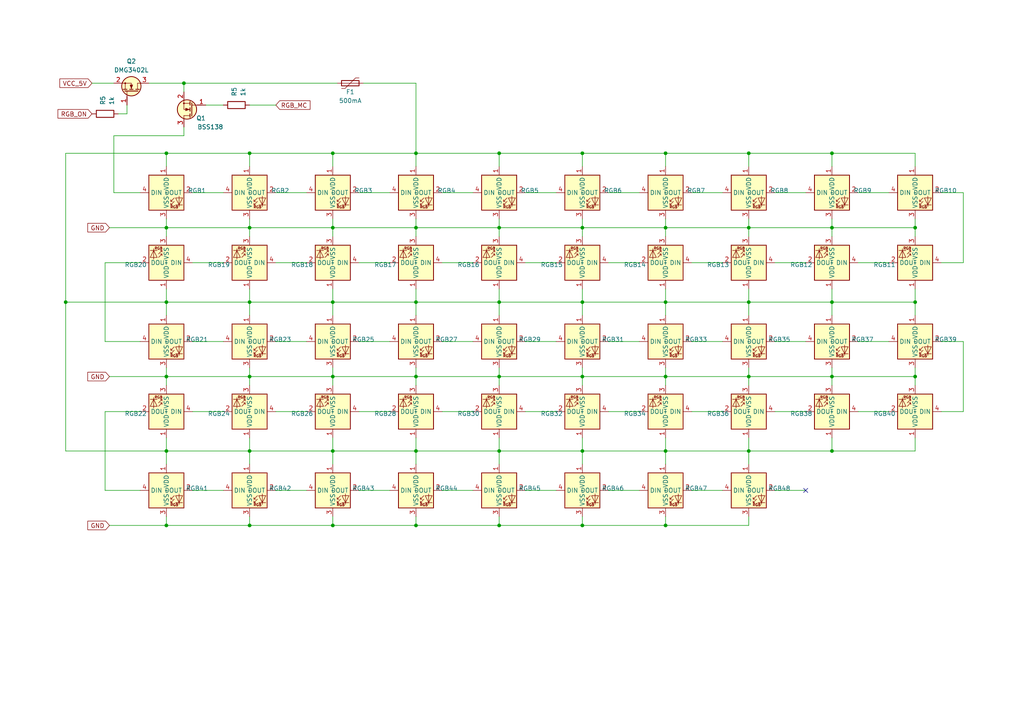
<source format=kicad_sch>
(kicad_sch (version 20230121) (generator eeschema)
  (paper "A4")
  (title_block (title "Keyboard RGB LEDs") (rev "1.2") (company "0xAC0"))
  (lib_symbols
    (symbol "Device:Polyfuse" (pin_numbers hide) (pin_names (offset 0))
      (property "Reference" "F" (at -2.54 0 90))
      (property "Value" "Polyfuse" (at 2.54 0 90))
      (symbol "Polyfuse_0_1"
        (rectangle (start -0.762 2.54) (end 0.762 -2.54) (stroke (width 0.254)))
        (polyline (pts (xy 0 2.54) (xy 0 -2.54)))
        (polyline (pts (xy -1.524 2.54) (xy -1.524 1.524) (xy 1.524 -1.524) (xy 1.524 -2.54)))
      )
      (symbol "Polyfuse_1_1"
        (pin passive line (at 0 3.81 270) (length 1.27) (name "~") (number "1"))
        (pin passive line (at 0 -3.81 90) (length 1.27) (name "~") (number "2"))
      )
    )
    (symbol "Device:R" (pin_numbers hide) (pin_names (offset 0))
      (property "Reference" "R" (at 2.032 0 90))
      (property "Value" "R" (at 0 0 90))
      (symbol "R_0_1"
        (rectangle (start -1.016 -2.54) (end 1.016 2.54) (stroke (width 0.254)))
      )
      (symbol "R_1_1"
        (pin passive line (at 0 3.81 270) (length 1.27) (name "~") (number "1"))
        (pin passive line (at 0 -3.81 90) (length 1.27) (name "~") (number "2"))
      )
    )
    (symbol "New_Library:SK6812_MINI-E_RGB"
      (property "Reference" "RGB" (at 7.62 3.81 0))
      (symbol "SK6812_MINI-E_RGB_0_0"
        (text "RGB" (at 2.286 -4.191 0) (effects (font (size 0.762 0.762))))
      )
      (symbol "SK6812_MINI-E_RGB_0_1"
        (rectangle (start -5.08 5.08) (end 5.08 -5.08) (stroke (width 0.254)) (fill (type background)))
        (polyline (pts (xy 1.27 -3.556) (xy 1.778 -3.556)))
        (polyline (pts (xy 1.27 -2.54) (xy 1.778 -2.54)))
        (polyline (pts (xy 4.699 -3.556) (xy 2.667 -3.556)))
        (polyline (pts (xy 2.286 -2.54) (xy 1.27 -3.556) (xy 1.27 -3.048)))
        (polyline (pts (xy 2.286 -1.524) (xy 1.27 -2.54) (xy 1.27 -2.032)))
        (polyline (pts (xy 3.683 -1.016) (xy 3.683 -3.556) (xy 3.683 -4.064)))
        (polyline (pts (xy 4.699 -1.524) (xy 2.667 -1.524) (xy 3.683 -3.556) (xy 4.699 -1.524)))
      )
      (symbol "SK6812_MINI-E_RGB_1_1"
        (pin power_in line (at 0 7.62 270) (length 2.54) (name "VDD") (number "1"))
        (pin output line (at 7.62 0 180) (length 2.54) (name "DOUT") (number "2"))
        (pin power_in line (at 0 -7.62 90) (length 2.54) (name "VSS") (number "3"))
        (pin input line (at -7.62 0 0) (length 2.54) (name "DIN") (number "4"))
      )
    )
    (symbol "PCM_Transistor_MOSFET_AKL:BSS138" (pin_names hide)
      (property "Reference" "Q" (at 5.08 1.27 0))
      (property "Value" "BSS138" (at 5.08 -1.27 0))
      (symbol "BSS138_0_1"
        (polyline (pts (xy 0.254 -1.27) (xy -2.54 -1.27)))
        (polyline (pts (xy 0.254 1.905) (xy 0.254 -1.905)) (stroke (width 0.254)))
        (polyline (pts (xy 0.762 -1.778) (xy 2.54 -1.778)))
        (polyline (pts (xy 0.762 -1.27) (xy 0.762 -2.286)) (stroke (width 0.254)))
        (polyline (pts (xy 0.762 0.508) (xy 0.762 -0.508)) (stroke (width 0.254)))
        (polyline (pts (xy 0.762 2.286) (xy 0.762 1.27)) (stroke (width 0.254)))
        (polyline (pts (xy 2.54 1.778) (xy 0.762 1.778)))
        (polyline (pts (xy 2.54 2.54) (xy 2.54 1.778)))
        (polyline (pts (xy 2.54 -2.54) (xy 2.54 0) (xy 0.762 0)))
        (polyline (pts (xy 1.016 0) (xy 2.032 0.381) (xy 2.032 -0.381) (xy 1.016 0)) (fill (type outline)))
        (circle (center 1.651 0) (radius 2.794) (stroke (width 0.254)) (fill (type background)))
        (circle (center 2.54 -1.778) (radius 0.1778) (fill (type outline)))
      )
      (symbol "BSS138_1_1"
        (pin input line (at -3.81 -1.27 0) (length 2.54) (name "G") (number "1"))
        (pin passive line (at 2.54 -5.08 90) (length 2.54) (name "S") (number "2"))
        (pin passive line (at 2.54 5.08 270) (length 2.54) (name "D") (number "3"))
      )
    )
    (symbol "PCM_Transistor_MOSFET_AKL:DMG3402L" (pin_names hide)
      (property "Reference" "Q" (at 5.08 1.27 0))
      (property "Value" "DMG3402L" (at 5.08 -1.27 0))
      (symbol "DMG3402L_0_1"
        (polyline (pts (xy 0.254 -1.27) (xy -2.54 -1.27)))
        (polyline (pts (xy 0.254 1.905) (xy 0.254 -1.905)) (stroke (width 0.254)))
        (polyline (pts (xy 0.762 -1.778) (xy 2.54 -1.778)))
        (polyline (pts (xy 0.762 -1.27) (xy 0.762 -2.286)) (stroke (width 0.254)))
        (polyline (pts (xy 0.762 0.508) (xy 0.762 -0.508)) (stroke (width 0.254)))
        (polyline (pts (xy 0.762 2.286) (xy 0.762 1.27)) (stroke (width 0.254)))
        (polyline (pts (xy 2.54 1.778) (xy 0.762 1.778)))
        (polyline (pts (xy 2.54 2.54) (xy 2.54 1.778)))
        (polyline (pts (xy 2.54 -2.54) (xy 2.54 0) (xy 0.762 0)))
        (polyline (pts (xy 1.016 0) (xy 2.032 0.381) (xy 2.032 -0.381) (xy 1.016 0)) (fill (type outline)))
        (circle (center 1.651 0) (radius 2.794) (stroke (width 0.254)) (fill (type background)))
        (circle (center 2.54 -1.778) (radius 0.1778) (fill (type outline)))
      )
      (symbol "DMG3402L_1_1"
        (pin input line (at -3.81 -1.27 0) (length 2.54) (name "G") (number "1"))
        (pin passive line (at 2.54 -5.08 90) (length 2.54) (name "S") (number "2"))
        (pin passive line (at 2.54 5.08 270) (length 2.54) (name "D") (number "3"))
      )
    )
  )
  (junction (at 72.39 66.04))
  (junction (at 217.17 44.45))
  (junction (at 241.3 130.81))
  (junction (at 144.78 109.22))
  (junction (at 168.91 44.45))
  (junction (at 168.91 130.81))
  (junction (at 217.17 109.22))
  (junction (at 217.17 87.63))
  (junction (at 120.65 66.04))
  (junction (at 53.34 24.13))
  (junction (at 241.3 109.22))
  (junction (at 144.78 87.63))
  (junction (at 96.52 109.22))
  (junction (at 168.91 109.22))
  (junction (at 217.17 66.04))
  (junction (at 144.78 44.45))
  (junction (at 265.43 87.63))
  (junction (at 96.52 66.04))
  (junction (at 120.65 87.63))
  (junction (at 168.91 66.04))
  (junction (at 72.39 152.4))
  (junction (at 48.26 87.63))
  (junction (at 241.3 66.04))
  (junction (at 48.26 152.4))
  (junction (at 168.91 152.4))
  (junction (at 120.65 44.45))
  (junction (at 72.39 130.81))
  (junction (at 96.52 44.45))
  (junction (at 144.78 130.81))
  (junction (at 72.39 44.45))
  (junction (at 48.26 66.04))
  (junction (at 120.65 130.81))
  (junction (at 96.52 130.81))
  (junction (at 217.17 130.81))
  (junction (at 193.04 130.81))
  (junction (at 241.3 87.63))
  (junction (at 72.39 87.63))
  (junction (at 19.05 87.63))
  (junction (at 96.52 152.4))
  (junction (at 144.78 152.4))
  (junction (at 120.65 109.22))
  (junction (at 265.43 109.22))
  (junction (at 193.04 87.63))
  (junction (at 48.26 44.45))
  (junction (at 265.43 66.04))
  (junction (at 48.26 109.22))
  (junction (at 168.91 87.63))
  (junction (at 96.52 87.63))
  (junction (at 193.04 152.4))
  (junction (at 144.78 66.04))
  (junction (at 241.3 44.45))
  (junction (at 48.26 130.81))
  (junction (at 193.04 109.22))
  (junction (at 193.04 44.45))
  (junction (at 120.65 152.4))
  (junction (at 193.04 66.04))
  (junction (at 72.39 109.22))
  (no_connect (at 233.68 142.24))
  (wire (pts (xy 265.43 63.5) (xy 265.43 66.04)))
  (wire (pts (xy 19.05 130.81) (xy 48.26 130.81)))
  (wire (pts (xy 265.43 87.63) (xy 265.43 91.44)))
  (wire (pts (xy 48.26 44.45) (xy 48.26 48.26)))
  (wire (pts (xy 120.65 127) (xy 120.65 130.81)))
  (wire (pts (xy 168.91 109.22) (xy 144.78 109.22)))
  (wire (pts (xy 176.53 99.06) (xy 185.42 99.06)))
  (wire (pts (xy 48.26 106.68) (xy 48.26 109.22)))
  (wire (pts (xy 72.39 87.63) (xy 72.39 91.44)))
  (wire (pts (xy 120.65 106.68) (xy 120.65 109.22)))
  (wire (pts (xy 144.78 44.45) (xy 144.78 48.26)))
  (wire (pts (xy 265.43 111.76) (xy 265.43 109.22)))
  (wire (pts (xy 279.4 55.88) (xy 279.4 76.2)))
  (wire (pts (xy 144.78 87.63) (xy 144.78 83.82)))
  (wire (pts (xy 168.91 63.5) (xy 168.91 66.04)))
  (wire (pts (xy 241.3 130.81) (xy 265.43 130.81)))
  (wire (pts (xy 72.39 149.86) (xy 72.39 152.4)))
  (wire (pts (xy 144.78 87.63) (xy 168.91 87.63)))
  (wire (pts (xy 168.91 111.76) (xy 168.91 109.22)))
  (wire (pts (xy 80.01 55.88) (xy 88.9 55.88)))
  (wire (pts (xy 241.3 106.68) (xy 241.3 109.22)))
  (wire (pts (xy 152.4 76.2) (xy 161.29 76.2)))
  (wire (pts (xy 265.43 68.58) (xy 265.43 66.04)))
  (wire (pts (xy 19.05 87.63) (xy 48.26 87.63)))
  (wire (pts (xy 120.65 130.81) (xy 144.78 130.81)))
  (wire (pts (xy 128.27 55.88) (xy 137.16 55.88)))
  (wire (pts (xy 168.91 152.4) (xy 193.04 152.4)))
  (wire (pts (xy 120.65 134.62) (xy 120.65 130.81)))
  (wire (pts (xy 48.26 130.81) (xy 48.26 134.62)))
  (wire (pts (xy 193.04 111.76) (xy 193.04 109.22)))
  (wire (pts (xy 273.05 99.06) (xy 279.4 99.06)))
  (wire (pts (xy 96.52 106.68) (xy 96.52 109.22)))
  (wire (pts (xy 55.88 55.88) (xy 64.77 55.88)))
  (wire (pts (xy 224.79 99.06) (xy 233.68 99.06)))
  (wire (pts (xy 193.04 130.81) (xy 193.04 134.62)))
  (wire (pts (xy 152.4 55.88) (xy 161.29 55.88)))
  (wire (pts (xy 40.64 76.2) (xy 30.48 76.2)))
  (wire (pts (xy 265.43 83.82) (xy 265.43 87.63)))
  (wire (pts (xy 120.65 109.22) (xy 96.52 109.22)))
  (wire (pts (xy 200.66 55.88) (xy 209.55 55.88)))
  (wire (pts (xy 144.78 63.5) (xy 144.78 66.04)))
  (wire (pts (xy 72.39 111.76) (xy 72.39 109.22)))
  (wire (pts (xy 48.26 87.63) (xy 48.26 83.82)))
  (wire (pts (xy 104.14 142.24) (xy 113.03 142.24)))
  (wire (pts (xy 96.52 149.86) (xy 96.52 152.4)))
  (wire (pts (xy 241.3 63.5) (xy 241.3 66.04)))
  (wire (pts (xy 80.01 99.06) (xy 88.9 99.06)))
  (wire (pts (xy 96.52 68.58) (xy 96.52 66.04)))
  (wire (pts (xy 248.92 99.06) (xy 257.81 99.06)))
  (wire (pts (xy 265.43 48.26) (xy 265.43 44.45)))
  (wire (pts (xy 53.34 24.13) (xy 53.34 26.67)))
  (wire (pts (xy 168.91 68.58) (xy 168.91 66.04)))
  (wire (pts (xy 104.14 55.88) (xy 113.03 55.88)))
  (wire (pts (xy 209.55 119.38) (xy 200.66 119.38)))
  (wire (pts (xy 72.39 30.48) (xy 80.01 30.48)))
  (wire (pts (xy 48.26 68.58) (xy 48.26 66.04)))
  (wire (pts (xy 72.39 44.45) (xy 96.52 44.45)))
  (wire (pts (xy 96.52 130.81) (xy 96.52 134.62)))
  (wire (pts (xy 104.14 99.06) (xy 113.03 99.06)))
  (wire (pts (xy 105.41 24.13) (xy 120.65 24.13)))
  (wire (pts (xy 224.79 55.88) (xy 233.68 55.88)))
  (wire (pts (xy 144.78 111.76) (xy 144.78 109.22)))
  (wire (pts (xy 279.4 119.38) (xy 273.05 119.38)))
  (wire (pts (xy 193.04 149.86) (xy 193.04 152.4)))
  (wire (pts (xy 217.17 66.04) (xy 241.3 66.04)))
  (wire (pts (xy 144.78 44.45) (xy 168.91 44.45)))
  (wire (pts (xy 241.3 87.63) (xy 241.3 91.44)))
  (wire (pts (xy 72.39 83.82) (xy 72.39 87.63)))
  (wire (pts (xy 144.78 87.63) (xy 144.78 91.44)))
  (wire (pts (xy 265.43 109.22) (xy 241.3 109.22)))
  (wire (pts (xy 96.52 130.81) (xy 120.65 130.81)))
  (wire (pts (xy 104.14 76.2) (xy 113.03 76.2)))
  (wire (pts (xy 176.53 55.88) (xy 185.42 55.88)))
  (wire (pts (xy 48.26 111.76) (xy 48.26 109.22)))
  (wire (pts (xy 33.02 39.37) (xy 33.02 55.88)))
  (wire (pts (xy 168.91 106.68) (xy 168.91 109.22)))
  (wire (pts (xy 53.34 39.37) (xy 33.02 39.37)))
  (wire (pts (xy 19.05 44.45) (xy 48.26 44.45)))
  (wire (pts (xy 48.26 149.86) (xy 48.26 152.4)))
  (wire (pts (xy 30.48 99.06) (xy 40.64 99.06)))
  (wire (pts (xy 48.26 130.81) (xy 72.39 130.81)))
  (wire (pts (xy 72.39 63.5) (xy 72.39 66.04)))
  (wire (pts (xy 193.04 87.63) (xy 193.04 91.44)))
  (wire (pts (xy 200.66 76.2) (xy 209.55 76.2)))
  (wire (pts (xy 55.88 76.2) (xy 64.77 76.2)))
  (wire (pts (xy 193.04 87.63) (xy 193.04 83.82)))
  (wire (pts (xy 193.04 130.81) (xy 193.04 127)))
  (wire (pts (xy 26.67 24.13) (xy 33.02 24.13)))
  (wire (pts (xy 120.65 66.04) (xy 96.52 66.04)))
  (wire (pts (xy 72.39 68.58) (xy 72.39 66.04)))
  (wire (pts (xy 31.75 152.4) (xy 48.26 152.4)))
  (wire (pts (xy 53.34 36.83) (xy 53.34 39.37)))
  (wire (pts (xy 241.3 87.63) (xy 241.3 83.82)))
  (wire (pts (xy 96.52 130.81) (xy 96.52 127)))
  (wire (pts (xy 72.39 66.04) (xy 48.26 66.04)))
  (wire (pts (xy 152.4 99.06) (xy 161.29 99.06)))
  (wire (pts (xy 144.78 149.86) (xy 144.78 152.4)))
  (wire (pts (xy 72.39 134.62) (xy 72.39 130.81)))
  (wire (pts (xy 72.39 66.04) (xy 96.52 66.04)))
  (wire (pts (xy 19.05 44.45) (xy 19.05 87.63)))
  (wire (pts (xy 168.91 44.45) (xy 193.04 44.45)))
  (wire (pts (xy 257.81 119.38) (xy 248.92 119.38)))
  (wire (pts (xy 193.04 87.63) (xy 217.17 87.63)))
  (wire (pts (xy 241.3 44.45) (xy 265.43 44.45)))
  (wire (pts (xy 273.05 55.88) (xy 279.4 55.88)))
  (wire (pts (xy 59.69 30.48) (xy 64.77 30.48)))
  (wire (pts (xy 241.3 87.63) (xy 265.43 87.63)))
  (wire (pts (xy 168.91 48.26) (xy 168.91 44.45)))
  (wire (pts (xy 217.17 109.22) (xy 241.3 109.22)))
  (wire (pts (xy 152.4 142.24) (xy 161.29 142.24)))
  (wire (pts (xy 217.17 83.82) (xy 217.17 87.63)))
  (wire (pts (xy 53.34 24.13) (xy 97.79 24.13)))
  (wire (pts (xy 193.04 63.5) (xy 193.04 66.04)))
  (wire (pts (xy 128.27 76.2) (xy 137.16 76.2)))
  (wire (pts (xy 64.77 119.38) (xy 55.88 119.38)))
  (wire (pts (xy 88.9 119.38) (xy 80.01 119.38)))
  (wire (pts (xy 96.52 87.63) (xy 96.52 83.82)))
  (wire (pts (xy 193.04 68.58) (xy 193.04 66.04)))
  (wire (pts (xy 72.39 106.68) (xy 72.39 109.22)))
  (wire (pts (xy 217.17 87.63) (xy 241.3 87.63)))
  (wire (pts (xy 31.75 109.22) (xy 48.26 109.22)))
  (wire (pts (xy 120.65 83.82) (xy 120.65 87.63)))
  (wire (pts (xy 185.42 119.38) (xy 176.53 119.38)))
  (wire (pts (xy 30.48 142.24) (xy 40.64 142.24)))
  (wire (pts (xy 217.17 130.81) (xy 241.3 130.81)))
  (wire (pts (xy 161.29 119.38) (xy 152.4 119.38)))
  (wire (pts (xy 144.78 130.81) (xy 144.78 127)))
  (wire (pts (xy 128.27 142.24) (xy 137.16 142.24)))
  (wire (pts (xy 48.26 63.5) (xy 48.26 66.04)))
  (wire (pts (xy 48.26 87.63) (xy 48.26 91.44)))
  (wire (pts (xy 217.17 63.5) (xy 217.17 66.04)))
  (wire (pts (xy 241.3 68.58) (xy 241.3 66.04)))
  (wire (pts (xy 113.03 119.38) (xy 104.14 119.38)))
  (wire (pts (xy 200.66 142.24) (xy 209.55 142.24)))
  (wire (pts (xy 144.78 130.81) (xy 144.78 134.62)))
  (wire (pts (xy 120.65 68.58) (xy 120.65 66.04)))
  (wire (pts (xy 168.91 83.82) (xy 168.91 87.63)))
  (wire (pts (xy 144.78 68.58) (xy 144.78 66.04)))
  (wire (pts (xy 34.29 33.02) (xy 36.83 33.02)))
  (wire (pts (xy 233.68 119.38) (xy 224.79 119.38)))
  (wire (pts (xy 30.48 76.2) (xy 30.48 99.06)))
  (wire (pts (xy 48.26 44.45) (xy 72.39 44.45)))
  (wire (pts (xy 265.43 66.04) (xy 241.3 66.04)))
  (wire (pts (xy 96.52 63.5) (xy 96.52 66.04)))
  (wire (pts (xy 120.65 149.86) (xy 120.65 152.4)))
  (wire (pts (xy 30.48 119.38) (xy 40.64 119.38)))
  (wire (pts (xy 217.17 109.22) (xy 193.04 109.22)))
  (wire (pts (xy 120.65 66.04) (xy 144.78 66.04)))
  (wire (pts (xy 72.39 127) (xy 72.39 130.81)))
  (wire (pts (xy 193.04 44.45) (xy 217.17 44.45)))
  (wire (pts (xy 55.88 99.06) (xy 64.77 99.06)))
  (wire (pts (xy 217.17 134.62) (xy 217.17 130.81)))
  (wire (pts (xy 193.04 106.68) (xy 193.04 109.22)))
  (wire (pts (xy 168.91 66.04) (xy 193.04 66.04)))
  (wire (pts (xy 72.39 109.22) (xy 96.52 109.22)))
  (wire (pts (xy 224.79 76.2) (xy 233.68 76.2)))
  (wire (pts (xy 72.39 152.4) (xy 96.52 152.4)))
  (wire (pts (xy 96.52 44.45) (xy 96.52 48.26)))
  (wire (pts (xy 31.75 66.04) (xy 48.26 66.04)))
  (wire (pts (xy 217.17 111.76) (xy 217.17 109.22)))
  (wire (pts (xy 80.01 76.2) (xy 88.9 76.2)))
  (wire (pts (xy 168.91 109.22) (xy 193.04 109.22)))
  (wire (pts (xy 55.88 142.24) (xy 64.77 142.24)))
  (wire (pts (xy 168.91 134.62) (xy 168.91 130.81)))
  (wire (pts (xy 273.05 76.2) (xy 279.4 76.2)))
  (wire (pts (xy 265.43 106.68) (xy 265.43 109.22)))
  (wire (pts (xy 120.65 111.76) (xy 120.65 109.22)))
  (wire (pts (xy 120.65 109.22) (xy 144.78 109.22)))
  (wire (pts (xy 137.16 119.38) (xy 128.27 119.38)))
  (wire (pts (xy 96.52 87.63) (xy 96.52 91.44)))
  (wire (pts (xy 120.65 87.63) (xy 144.78 87.63)))
  (wire (pts (xy 217.17 66.04) (xy 193.04 66.04)))
  (wire (pts (xy 168.91 152.4) (xy 144.78 152.4)))
  (wire (pts (xy 33.02 55.88) (xy 40.64 55.88)))
  (wire (pts (xy 193.04 44.45) (xy 193.04 48.26)))
  (wire (pts (xy 168.91 66.04) (xy 144.78 66.04)))
  (wire (pts (xy 120.65 152.4) (xy 96.52 152.4)))
  (wire (pts (xy 43.18 24.13) (xy 53.34 24.13)))
  (wire (pts (xy 168.91 87.63) (xy 168.91 91.44)))
  (wire (pts (xy 120.65 87.63) (xy 120.65 91.44)))
  (wire (pts (xy 217.17 152.4) (xy 193.04 152.4)))
  (wire (pts (xy 265.43 127) (xy 265.43 130.81)))
  (wire (pts (xy 168.91 87.63) (xy 193.04 87.63)))
  (wire (pts (xy 72.39 48.26) (xy 72.39 44.45)))
  (wire (pts (xy 248.92 76.2) (xy 257.81 76.2)))
  (wire (pts (xy 279.4 99.06) (xy 279.4 119.38)))
  (wire (pts (xy 176.53 76.2) (xy 185.42 76.2)))
  (wire (pts (xy 96.52 87.63) (xy 120.65 87.63)))
  (wire (pts (xy 168.91 149.86) (xy 168.91 152.4)))
  (wire (pts (xy 30.48 119.38) (xy 30.48 142.24)))
  (wire (pts (xy 144.78 106.68) (xy 144.78 109.22)))
  (wire (pts (xy 217.17 106.68) (xy 217.17 109.22)))
  (wire (pts (xy 19.05 87.63) (xy 19.05 130.81)))
  (wire (pts (xy 72.39 109.22) (xy 48.26 109.22)))
  (wire (pts (xy 120.65 48.26) (xy 120.65 44.45)))
  (wire (pts (xy 176.53 142.24) (xy 185.42 142.24)))
  (wire (pts (xy 217.17 48.26) (xy 217.17 44.45)))
  (wire (pts (xy 217.17 87.63) (xy 217.17 91.44)))
  (wire (pts (xy 241.3 111.76) (xy 241.3 109.22)))
  (wire (pts (xy 193.04 130.81) (xy 217.17 130.81)))
  (wire (pts (xy 80.01 142.24) (xy 88.9 142.24)))
  (wire (pts (xy 48.26 130.81) (xy 48.26 127)))
  (wire (pts (xy 217.17 44.45) (xy 241.3 44.45)))
  (wire (pts (xy 120.65 44.45) (xy 144.78 44.45)))
  (wire (pts (xy 120.65 152.4) (xy 144.78 152.4)))
  (wire (pts (xy 48.26 87.63) (xy 72.39 87.63)))
  (wire (pts (xy 224.79 142.24) (xy 233.68 142.24)))
  (wire (pts (xy 120.65 63.5) (xy 120.65 66.04)))
  (wire (pts (xy 72.39 130.81) (xy 96.52 130.81)))
  (wire (pts (xy 217.17 127) (xy 217.17 130.81)))
  (wire (pts (xy 168.91 130.81) (xy 193.04 130.81)))
  (wire (pts (xy 217.17 149.86) (xy 217.17 152.4)))
  (wire (pts (xy 96.52 111.76) (xy 96.52 109.22)))
  (wire (pts (xy 128.27 99.06) (xy 137.16 99.06)))
  (wire (pts (xy 217.17 68.58) (xy 217.17 66.04)))
  (wire (pts (xy 120.65 24.13) (xy 120.65 44.45)))
  (wire (pts (xy 144.78 130.81) (xy 168.91 130.81)))
  (wire (pts (xy 241.3 44.45) (xy 241.3 48.26)))
  (wire (pts (xy 72.39 152.4) (xy 48.26 152.4)))
  (wire (pts (xy 248.92 55.88) (xy 257.81 55.88)))
  (wire (pts (xy 72.39 87.63) (xy 96.52 87.63)))
  (wire (pts (xy 96.52 44.45) (xy 120.65 44.45)))
  (wire (pts (xy 168.91 127) (xy 168.91 130.81)))
  (wire (pts (xy 200.66 99.06) (xy 209.55 99.06)))
  (wire (pts (xy 241.3 130.81) (xy 241.3 127)))
  (wire (pts (xy 36.83 33.02) (xy 36.83 30.48)))
  (global_label "GND" (shape input) (at 31.75 109.22 180) (property "Intersheetrefs" "${INTERSHEET_REFS}" (effects hide)))
  (global_label "GND" (shape input) (at 31.75 66.04 180) (property "Intersheetrefs" "${INTERSHEET_REFS}" (effects hide)))
  (global_label "VCC_5V" (shape input) (at 26.67 24.13 180) (property "Intersheetrefs" "${INTERSHEET_REFS}" (effects hide)))
  (global_label "RGB_MC" (shape input) (at 80.01 30.48 0) (property "Intersheetrefs" "${INTERSHEET_REFS}" (effects hide)))
  (global_label "GND" (shape input) (at 31.75 152.4 180) (property "Intersheetrefs" "${INTERSHEET_REFS}" (effects hide)))
  (global_label "RGB_ON" (shape input) (at 26.67 33.02 180) (property "Intersheetrefs" "${INTERSHEET_REFS}" (effects hide)))
  (symbol (lib_id "New_Library:SK6812_MINI-E_RGB") (at 168.91 55.88 0) (unit 1)
    (property "Reference" "RGB6" (at 177.8 55.2959 0))
    (property "Value" "~" (at 168.91 55.88 0))
    (property "Footprint" "Keebio-Parts.pretty-master:SK6812-MINI-E" (effects hide))
  )
  (symbol (lib_id "New_Library:SK6812_MINI-E_RGB") (at 48.26 55.88 0) (unit 1)
    (property "Reference" "RGB1" (at 57.15 55.2959 0))
    (property "Value" "~" (at 48.26 55.88 0))
    (property "Footprint" "Keebio-Parts.pretty-master:SK6812-MINI-E" (effects hide))
  )
  (symbol (lib_id "Device:R") (at 68.58 30.48 90) (unit 1)
    (property "Reference" "R5" (at 67.945 27.94 0) (effects (justify left)))
    (property "Value" "1k" (at 70.485 27.94 0) (effects (justify left)))
    (property "Footprint" "Resistor_SMD:R_1206_3216Metric_Pad1.30x1.75mm_HandSolder" (effects hide))
    (instances (project "Keyboard" (path "" (reference "R5") (unit 1)) (path "" (reference "R18") (unit 1))))
  )
  (symbol (lib_id "New_Library:SK6812_MINI-E_RGB") (at 217.17 99.06 0) (unit 1)
    (property "Reference" "RGB35" (at 226.06 98.4759 0))
    (property "Value" "~" (at 217.17 99.06 0))
    (property "Footprint" "Keebio-Parts.pretty-master:SK6812-MINI-E" (effects hide))
  )
  (symbol (lib_id "New_Library:SK6812_MINI-E_RGB") (at 96.52 142.24 0) (unit 1)
    (property "Reference" "RGB43" (at 105.41 141.6559 0))
    (property "Value" "~" (at 96.52 142.24 0))
    (property "Footprint" "Keebio-Parts.pretty-master:SK6812-MINI-E" (effects hide))
  )
  (symbol (lib_id "New_Library:SK6812_MINI-E_RGB") (at 96.52 55.88 0) (unit 1)
    (property "Reference" "RGB3" (at 105.41 55.2959 0))
    (property "Value" "~" (at 96.52 55.88 0))
    (property "Footprint" "Keebio-Parts.pretty-master:SK6812-MINI-E" (effects hide))
  )
  (symbol (lib_id "New_Library:SK6812_MINI-E_RGB") (at 96.52 119.38 180) (unit 1)
    (property "Reference" "RGB26" (at 87.63 119.9641 0))
    (property "Value" "~" (at 96.52 119.38 0))
    (property "Footprint" "Keebio-Parts.pretty-master:SK6812-MINI-E" (effects hide))
  )
  (symbol (lib_id "New_Library:SK6812_MINI-E_RGB") (at 168.91 119.38 180) (unit 1)
    (property "Reference" "RGB32" (at 160.02 119.9641 0))
    (property "Value" "~" (at 168.91 119.38 0))
    (property "Footprint" "Keebio-Parts.pretty-master:SK6812-MINI-E" (effects hide))
  )
  (symbol (lib_id "New_Library:SK6812_MINI-E_RGB") (at 144.78 119.38 180) (unit 1)
    (property "Reference" "RGB30" (at 135.89 119.9641 0))
    (property "Value" "~" (at 144.78 119.38 0))
    (property "Footprint" "Keebio-Parts.pretty-master:SK6812-MINI-E" (effects hide))
  )
  (symbol (lib_id "New_Library:SK6812_MINI-E_RGB") (at 120.65 99.06 0) (unit 1)
    (property "Reference" "RGB27" (at 129.54 98.4759 0))
    (property "Value" "~" (at 120.65 99.06 0))
    (property "Footprint" "Keebio-Parts.pretty-master:SK6812-MINI-E" (effects hide))
  )
  (symbol (lib_id "New_Library:SK6812_MINI-E_RGB") (at 193.04 99.06 0) (unit 1)
    (property "Reference" "RGB33" (at 201.93 98.4759 0))
    (property "Value" "~" (at 193.04 99.06 0))
    (property "Footprint" "Keebio-Parts.pretty-master:SK6812-MINI-E" (effects hide))
  )
  (symbol (lib_id "New_Library:SK6812_MINI-E_RGB") (at 193.04 119.38 180) (unit 1)
    (property "Reference" "RGB34" (at 184.15 119.9641 0))
    (property "Value" "~" (at 193.04 119.38 0))
    (property "Footprint" "Keebio-Parts.pretty-master:SK6812-MINI-E" (effects hide))
  )
  (symbol (lib_id "New_Library:SK6812_MINI-E_RGB") (at 265.43 99.06 0) (unit 1)
    (property "Reference" "RGB39" (at 274.32 98.4759 0))
    (property "Value" "~" (at 265.43 99.06 0))
    (property "Footprint" "Keebio-Parts.pretty-master:SK6812-MINI-E" (effects hide))
  )
  (symbol (lib_id "New_Library:SK6812_MINI-E_RGB") (at 72.39 119.38 180) (unit 1)
    (property "Reference" "RGB24" (at 63.5 119.9641 0))
    (property "Value" "~" (at 72.39 119.38 0))
    (property "Footprint" "Keebio-Parts.pretty-master:SK6812-MINI-E" (effects hide))
  )
  (symbol (lib_id "New_Library:SK6812_MINI-E_RGB") (at 48.26 99.06 0) (unit 1)
    (property "Reference" "RGB21" (at 57.15 98.4759 0))
    (property "Value" "~" (at 48.26 99.06 0))
    (property "Footprint" "Keebio-Parts.pretty-master:SK6812-MINI-E" (effects hide))
  )
  (symbol (lib_id "New_Library:SK6812_MINI-E_RGB") (at 120.65 142.24 0) (unit 1)
    (property "Reference" "RGB44" (at 129.54 141.6559 0))
    (property "Value" "~" (at 120.65 142.24 0))
    (property "Footprint" "Keebio-Parts.pretty-master:SK6812-MINI-E" (effects hide))
  )
  (symbol (lib_id "Device:R") (at 30.48 33.02 90) (unit 1)
    (property "Reference" "R5" (at 29.845 30.48 0) (effects (justify left)))
    (property "Value" "1k" (at 32.385 30.48 0) (effects (justify left)))
    (property "Footprint" "Resistor_SMD:R_1206_3216Metric_Pad1.30x1.75mm_HandSolder" (effects hide))
    (instances (project "Keyboard" (path "" (reference "R5") (unit 1)) (path "" (reference "R17") (unit 1))))
  )
  (symbol (lib_id "PCM_Transistor_MOSFET_AKL:DMG3402L") (at 38.1 26.67 270) (mirror x) (unit 1)
    (property "Reference" "Q2" (at 38.1 17.78 90))
    (property "Value" "DMG3402L" (at 38.1 20.32 90))
    (property "Footprint" "PCM_Package_TO_SOT_SMD_AKL:SOT-23" (effects hide))
    (property "Datasheet" "https://www.tme.eu/Document/14d1546d18710aa30a697a9b93776e86/DMG3402L.pdf" (effects hide))
  )
  (symbol (lib_id "New_Library:SK6812_MINI-E_RGB") (at 241.3 99.06 0) (unit 1)
    (property "Reference" "RGB37" (at 250.19 98.4759 0))
    (property "Value" "~" (at 241.3 99.06 0))
    (property "Footprint" "Keebio-Parts.pretty-master:SK6812-MINI-E" (effects hide))
  )
  (symbol (lib_id "New_Library:SK6812_MINI-E_RGB") (at 265.43 76.2 180) (unit 1)
    (property "Reference" "RGB11" (at 256.54 76.7841 0))
    (property "Value" "~" (at 265.43 76.2 0))
    (property "Footprint" "Keebio-Parts.pretty-master:SK6812-MINI-E" (effects hide))
  )
  (symbol (lib_id "New_Library:SK6812_MINI-E_RGB") (at 120.65 55.88 0) (unit 1)
    (property "Reference" "RGB4" (at 129.54 55.2959 0))
    (property "Value" "~" (at 120.65 55.88 0))
    (property "Footprint" "Keebio-Parts.pretty-master:SK6812-MINI-E" (effects hide))
  )
  (symbol (lib_id "New_Library:SK6812_MINI-E_RGB") (at 72.39 55.88 0) (unit 1)
    (property "Reference" "RGB2" (at 81.28 55.2959 0))
    (property "Value" "~" (at 72.39 55.88 0))
    (property "Footprint" "Keebio-Parts.pretty-master:SK6812-MINI-E" (effects hide))
  )
  (symbol (lib_id "New_Library:SK6812_MINI-E_RGB") (at 241.3 76.2 180) (unit 1)
    (property "Reference" "RGB12" (at 232.41 76.7841 0))
    (property "Value" "~" (at 241.3 76.2 0))
    (property "Footprint" "Keebio-Parts.pretty-master:SK6812-MINI-E" (effects hide))
  )
  (symbol (lib_id "New_Library:SK6812_MINI-E_RGB") (at 217.17 142.24 0) (unit 1)
    (property "Reference" "RGB48" (at 226.06 141.6559 0))
    (property "Value" "~" (at 217.17 142.24 0))
    (property "Footprint" "Keebio-Parts.pretty-master:SK6812-MINI-E" (effects hide))
  )
  (symbol (lib_id "New_Library:SK6812_MINI-E_RGB") (at 144.78 142.24 0) (unit 1)
    (property "Reference" "RGB45" (at 153.67 141.6559 0))
    (property "Value" "~" (at 144.78 142.24 0))
    (property "Footprint" "Keebio-Parts.pretty-master:SK6812-MINI-E" (effects hide))
  )
  (symbol (lib_id "Device:Polyfuse") (at 101.6 24.13 90) (unit 1)
    (property "Reference" "F1" (at 101.6 26.67 90))
    (property "Value" "500mA" (at 101.6 29.21 90))
    (property "Footprint" "Fuse:Fuse_1206_3216Metric_Pad1.42x1.75mm_HandSolder" (effects hide))
  )
  (symbol (lib_id "New_Library:SK6812_MINI-E_RGB") (at 96.52 76.2 180) (unit 1)
    (property "Reference" "RGB18" (at 87.63 76.7841 0))
    (property "Value" "~" (at 96.52 76.2 0))
    (property "Footprint" "Keebio-Parts.pretty-master:SK6812-MINI-E" (effects hide))
  )
  (symbol (lib_id "New_Library:SK6812_MINI-E_RGB") (at 193.04 142.24 0) (unit 1)
    (property "Reference" "RGB47" (at 201.93 141.6559 0))
    (property "Value" "~" (at 193.04 142.24 0))
    (property "Footprint" "Keebio-Parts.pretty-master:SK6812-MINI-E" (effects hide))
  )
  (symbol (lib_id "New_Library:SK6812_MINI-E_RGB") (at 48.26 76.2 180) (unit 1)
    (property "Reference" "RGB20" (at 39.37 76.7841 0))
    (property "Value" "~" (at 48.26 76.2 0))
    (property "Footprint" "Keebio-Parts.pretty-master:SK6812-MINI-E" (effects hide))
  )
  (symbol (lib_id "New_Library:SK6812_MINI-E_RGB") (at 96.52 99.06 0) (unit 1)
    (property "Reference" "RGB25" (at 105.41 98.4759 0))
    (property "Value" "~" (at 96.52 99.06 0))
    (property "Footprint" "Keebio-Parts.pretty-master:SK6812-MINI-E" (effects hide))
  )
  (symbol (lib_id "New_Library:SK6812_MINI-E_RGB") (at 72.39 76.2 180) (unit 1)
    (property "Reference" "RGB19" (at 63.5 76.7841 0))
    (property "Value" "~" (at 72.39 76.2 0))
    (property "Footprint" "Keebio-Parts.pretty-master:SK6812-MINI-E" (effects hide))
  )
  (symbol (lib_id "New_Library:SK6812_MINI-E_RGB") (at 48.26 119.38 180) (unit 1)
    (property "Reference" "RGB22" (at 39.37 119.9641 0))
    (property "Value" "~" (at 48.26 119.38 0))
    (property "Footprint" "Keebio-Parts.pretty-master:SK6812-MINI-E" (effects hide))
  )
  (symbol (lib_id "PCM_Transistor_MOSFET_AKL:BSS138") (at 55.88 31.75 180) (unit 1)
    (property "Reference" "Q1" (at 59.69 34.29 0) (effects (justify left)))
    (property "Value" "BSS138" (at 64.77 36.83 0) (effects (justify left)))
    (property "Footprint" "PCM_Package_TO_SOT_SMD_AKL:SOT-23" (effects hide))
    (property "Datasheet" "https://www.tme.eu/Document/2b32cdd3c66afedbcd628e73d93ae817/BSS138-7-F.pdf" (effects hide))
  )
  (symbol (lib_id "New_Library:SK6812_MINI-E_RGB") (at 265.43 119.38 180) (unit 1)
    (property "Reference" "RGB40" (at 256.54 119.9641 0))
    (property "Value" "~" (at 265.43 119.38 0))
    (property "Footprint" "Keebio-Parts.pretty-master:SK6812-MINI-E" (effects hide))
  )
  (symbol (lib_id "New_Library:SK6812_MINI-E_RGB") (at 265.43 55.88 0) (unit 1)
    (property "Reference" "RGB10" (at 274.32 55.2959 0))
    (property "Value" "~" (at 265.43 55.88 0))
    (property "Footprint" "Keebio-Parts.pretty-master:SK6812-MINI-E" (effects hide))
  )
  (symbol (lib_id "New_Library:SK6812_MINI-E_RGB") (at 193.04 76.2 180) (unit 1)
    (property "Reference" "RGB14" (at 184.15 76.7841 0))
    (property "Value" "~" (at 193.04 76.2 0))
    (property "Footprint" "Keebio-Parts.pretty-master:SK6812-MINI-E" (effects hide))
  )
  (symbol (lib_id "New_Library:SK6812_MINI-E_RGB") (at 120.65 119.38 180) (unit 1)
    (property "Reference" "RGB28" (at 111.76 119.9641 0))
    (property "Value" "~" (at 120.65 119.38 0))
    (property "Footprint" "Keebio-Parts.pretty-master:SK6812-MINI-E" (effects hide))
  )
  (symbol (lib_id "New_Library:SK6812_MINI-E_RGB") (at 193.04 55.88 0) (unit 1)
    (property "Reference" "RGB7" (at 201.93 55.2959 0))
    (property "Value" "~" (at 193.04 55.88 0))
    (property "Footprint" "Keebio-Parts.pretty-master:SK6812-MINI-E" (effects hide))
  )
  (symbol (lib_id "New_Library:SK6812_MINI-E_RGB") (at 217.17 76.2 180) (unit 1)
    (property "Reference" "RGB13" (at 208.28 76.7841 0))
    (property "Value" "~" (at 217.17 76.2 0))
    (property "Footprint" "Keebio-Parts.pretty-master:SK6812-MINI-E" (effects hide))
  )
  (symbol (lib_id "New_Library:SK6812_MINI-E_RGB") (at 72.39 142.24 0) (unit 1)
    (property "Reference" "RGB42" (at 81.28 141.6559 0))
    (property "Value" "~" (at 72.39 142.24 0))
    (property "Footprint" "Keebio-Parts.pretty-master:SK6812-MINI-E" (effects hide))
  )
  (symbol (lib_id "New_Library:SK6812_MINI-E_RGB") (at 241.3 55.88 0) (unit 1)
    (property "Reference" "RGB9" (at 250.19 55.2959 0))
    (property "Value" "~" (at 241.3 55.88 0))
    (property "Footprint" "Keebio-Parts.pretty-master:SK6812-MINI-E" (effects hide))
  )
  (symbol (lib_id "New_Library:SK6812_MINI-E_RGB") (at 144.78 55.88 0) (unit 1)
    (property "Reference" "RGB5" (at 153.67 55.2959 0))
    (property "Value" "~" (at 144.78 55.88 0))
    (property "Footprint" "Keebio-Parts.pretty-master:SK6812-MINI-E" (effects hide))
  )
  (symbol (lib_id "New_Library:SK6812_MINI-E_RGB") (at 144.78 76.2 180) (unit 1)
    (property "Reference" "RGB16" (at 135.89 76.7841 0))
    (property "Value" "~" (at 144.78 76.2 0))
    (property "Footprint" "Keebio-Parts.pretty-master:SK6812-MINI-E" (effects hide))
  )
  (symbol (lib_id "New_Library:SK6812_MINI-E_RGB") (at 72.39 99.06 0) (unit 1)
    (property "Reference" "RGB23" (at 81.28 98.4759 0))
    (property "Value" "~" (at 72.39 99.06 0))
    (property "Footprint" "Keebio-Parts.pretty-master:SK6812-MINI-E" (effects hide))
  )
  (symbol (lib_id "New_Library:SK6812_MINI-E_RGB") (at 217.17 55.88 0) (unit 1)
    (property "Reference" "RGB8" (at 226.06 55.2959 0))
    (property "Value" "~" (at 217.17 55.88 0))
    (property "Footprint" "Keebio-Parts.pretty-master:SK6812-MINI-E" (effects hide))
  )
  (symbol (lib_id "New_Library:SK6812_MINI-E_RGB") (at 48.26 142.24 0) (unit 1)
    (property "Reference" "RGB41" (at 57.15 141.6559 0))
    (property "Value" "~" (at 48.26 142.24 0))
    (property "Footprint" "Keebio-Parts.pretty-master:SK6812-MINI-E" (effects hide))
  )
  (symbol (lib_id "New_Library:SK6812_MINI-E_RGB") (at 217.17 119.38 180) (unit 1)
    (property "Reference" "RGB36" (at 208.28 119.9641 0))
    (property "Value" "~" (at 217.17 119.38 0))
    (property "Footprint" "Keebio-Parts.pretty-master:SK6812-MINI-E" (effects hide))
  )
  (symbol (lib_id "New_Library:SK6812_MINI-E_RGB") (at 144.78 99.06 0) (unit 1)
    (property "Reference" "RGB29" (at 153.67 98.4759 0))
    (property "Value" "~" (at 144.78 99.06 0))
    (property "Footprint" "Keebio-Parts.pretty-master:SK6812-MINI-E" (effects hide))
  )
  (symbol (lib_id "New_Library:SK6812_MINI-E_RGB") (at 241.3 119.38 180) (unit 1)
    (property "Reference" "RGB38" (at 232.41 119.9641 0))
    (property "Value" "~" (at 241.3 119.38 0))
    (property "Footprint" "Keebio-Parts.pretty-master:SK6812-MINI-E" (effects hide))
  )
  (symbol (lib_id "New_Library:SK6812_MINI-E_RGB") (at 120.65 76.2 180) (unit 1)
    (property "Reference" "RGB17" (at 111.76 76.7841 0))
    (property "Value" "~" (at 120.65 76.2 0))
    (property "Footprint" "Keebio-Parts.pretty-master:SK6812-MINI-E" (effects hide))
  )
  (symbol (lib_id "New_Library:SK6812_MINI-E_RGB") (at 168.91 142.24 0) (unit 1)
    (property "Reference" "RGB46" (at 177.8 141.6559 0))
    (property "Value" "~" (at 168.91 142.24 0))
    (property "Footprint" "Keebio-Parts.pretty-master:SK6812-MINI-E" (effects hide))
  )
  (symbol (lib_id "New_Library:SK6812_MINI-E_RGB") (at 168.91 76.2 180) (unit 1)
    (property "Reference" "RGB15" (at 160.02 76.7841 0))
    (property "Value" "~" (at 168.91 76.2 0))
    (property "Footprint" "Keebio-Parts.pretty-master:SK6812-MINI-E" (effects hide))
  )
  (symbol (lib_id "New_Library:SK6812_MINI-E_RGB") (at 168.91 99.06 0) (unit 1)
    (property "Reference" "RGB31" (at 177.8 98.4759 0))
    (property "Value" "~" (at 168.91 99.06 0))
    (property "Footprint" "Keebio-Parts.pretty-master:SK6812-MINI-E" (effects hide))
  )
)
</source>
